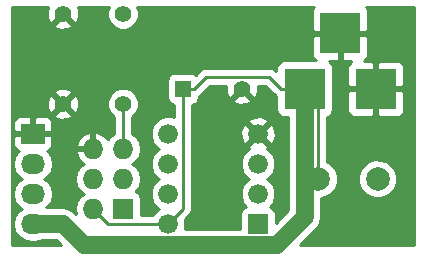
<source format=gtl>
G04 #@! TF.FileFunction,Copper,L1,Top,Signal*
%FSLAX46Y46*%
G04 Gerber Fmt 4.6, Leading zero omitted, Abs format (unit mm)*
G04 Created by KiCad (PCBNEW 4.0.1-stable) date Sun 07 Feb 2016 03:44:16 PM PST*
%MOMM*%
G01*
G04 APERTURE LIST*
%ADD10C,0.100000*%
%ADD11R,1.400000X1.400000*%
%ADD12C,1.400000*%
%ADD13R,1.676400X1.676400*%
%ADD14C,1.676400*%
%ADD15R,2.032000X1.727200*%
%ADD16O,2.032000X1.727200*%
%ADD17R,1.727200X1.727200*%
%ADD18O,1.727200X1.727200*%
%ADD19C,1.998980*%
%ADD20C,1.397000*%
%ADD21R,3.500120X3.500120*%
%ADD22C,0.250000*%
%ADD23C,1.500000*%
%ADD24C,0.254000*%
G04 APERTURE END LIST*
D10*
D11*
X151130000Y-100330000D03*
D12*
X156130000Y-100330000D03*
D13*
X157480000Y-111760000D03*
D14*
X157480000Y-109220000D03*
X157480000Y-106680000D03*
X157480000Y-104140000D03*
X149860000Y-104140000D03*
X149860000Y-106680000D03*
X149860000Y-109220000D03*
X149860000Y-111760000D03*
D15*
X138430000Y-104140000D03*
D16*
X138430000Y-106680000D03*
X138430000Y-109220000D03*
X138430000Y-111760000D03*
D17*
X146050000Y-110490000D03*
D18*
X143510000Y-110490000D03*
X146050000Y-107950000D03*
X143510000Y-107950000D03*
X146050000Y-105410000D03*
X143510000Y-105410000D03*
D19*
X162600640Y-107950000D03*
X167601900Y-107950000D03*
D20*
X146050000Y-101600000D03*
X140970000Y-101600000D03*
X146050000Y-93980000D03*
X140970000Y-93980000D03*
D21*
X161439860Y-100330000D03*
X167439340Y-100330000D03*
X164439600Y-95631000D03*
D22*
X162600640Y-107950000D02*
X162600640Y-101490780D01*
X162600640Y-101490780D02*
X161439860Y-100330000D01*
D23*
X138430000Y-111760000D02*
X140946000Y-111760000D01*
X140946000Y-111760000D02*
X142734201Y-113548201D01*
X142734201Y-113548201D02*
X159078201Y-113548201D01*
X159078201Y-113548201D02*
X161439860Y-111186542D01*
X161439860Y-111186542D02*
X161439860Y-103580060D01*
X161439860Y-103580060D02*
X161439860Y-100330000D01*
D22*
X161439860Y-100330000D02*
X159439800Y-100330000D01*
X159439800Y-100330000D02*
X158414799Y-99304999D01*
X158414799Y-99304999D02*
X153105001Y-99304999D01*
X153105001Y-99304999D02*
X152080000Y-100330000D01*
X152080000Y-100330000D02*
X151130000Y-100330000D01*
X161290000Y-100479860D02*
X161439860Y-100330000D01*
X149860000Y-111760000D02*
X144780000Y-111760000D01*
X144780000Y-111760000D02*
X143510000Y-110490000D01*
X149860000Y-111760000D02*
X151130000Y-110490000D01*
X151130000Y-110490000D02*
X151130000Y-100330000D01*
X146050000Y-101600000D02*
X146050000Y-105410000D01*
D24*
G36*
X139624073Y-93787480D02*
X139652852Y-94317199D01*
X139800200Y-94672929D01*
X140035812Y-94734583D01*
X140790395Y-93980000D01*
X140776253Y-93965858D01*
X140955858Y-93786253D01*
X140970000Y-93800395D01*
X140984143Y-93786253D01*
X141163748Y-93965858D01*
X141149605Y-93980000D01*
X141904188Y-94734583D01*
X142139800Y-94672929D01*
X142315927Y-94172520D01*
X142287148Y-93642801D01*
X142205216Y-93445000D01*
X144828259Y-93445000D01*
X144716732Y-93713587D01*
X144716269Y-94244086D01*
X144918854Y-94734380D01*
X145293647Y-95109827D01*
X145783587Y-95313268D01*
X146314086Y-95313731D01*
X146804380Y-95111146D01*
X147179827Y-94736353D01*
X147383268Y-94246413D01*
X147383731Y-93715914D01*
X147271792Y-93445000D01*
X162227454Y-93445000D01*
X162151213Y-93521241D01*
X162054540Y-93754630D01*
X162054540Y-95345250D01*
X162213290Y-95504000D01*
X164312600Y-95504000D01*
X164312600Y-95484000D01*
X164566600Y-95484000D01*
X164566600Y-95504000D01*
X166665910Y-95504000D01*
X166824660Y-95345250D01*
X166824660Y-93754630D01*
X166727987Y-93521241D01*
X166651746Y-93445000D01*
X170715000Y-93445000D01*
X170715000Y-113565000D01*
X161020088Y-113565000D01*
X162419203Y-112165885D01*
X162537661Y-111988600D01*
X162719433Y-111716559D01*
X162824860Y-111186542D01*
X162824860Y-109584687D01*
X162924334Y-109584774D01*
X163525295Y-109336462D01*
X163985486Y-108877073D01*
X164234846Y-108276547D01*
X164234848Y-108273694D01*
X165967126Y-108273694D01*
X166215438Y-108874655D01*
X166674827Y-109334846D01*
X167275353Y-109584206D01*
X167925594Y-109584774D01*
X168526555Y-109336462D01*
X168986746Y-108877073D01*
X169236106Y-108276547D01*
X169236674Y-107626306D01*
X168988362Y-107025345D01*
X168528973Y-106565154D01*
X167928447Y-106315794D01*
X167278206Y-106315226D01*
X166677245Y-106563538D01*
X166217054Y-107022927D01*
X165967694Y-107623453D01*
X165967126Y-108273694D01*
X164234848Y-108273694D01*
X164235414Y-107626306D01*
X163987102Y-107025345D01*
X163527713Y-106565154D01*
X163360640Y-106495779D01*
X163360640Y-102695377D01*
X163425237Y-102683222D01*
X163641361Y-102544150D01*
X163786351Y-102331950D01*
X163837360Y-102080060D01*
X163837360Y-100615750D01*
X165054280Y-100615750D01*
X165054280Y-102206370D01*
X165150953Y-102439759D01*
X165329582Y-102618387D01*
X165562971Y-102715060D01*
X167153590Y-102715060D01*
X167312340Y-102556310D01*
X167312340Y-100457000D01*
X167566340Y-100457000D01*
X167566340Y-102556310D01*
X167725090Y-102715060D01*
X169315709Y-102715060D01*
X169549098Y-102618387D01*
X169727727Y-102439759D01*
X169824400Y-102206370D01*
X169824400Y-100615750D01*
X169665650Y-100457000D01*
X167566340Y-100457000D01*
X167312340Y-100457000D01*
X165213030Y-100457000D01*
X165054280Y-100615750D01*
X163837360Y-100615750D01*
X163837360Y-98579940D01*
X163793082Y-98344623D01*
X163654010Y-98128499D01*
X163489450Y-98016060D01*
X164153850Y-98016060D01*
X164312600Y-97857310D01*
X164312600Y-95758000D01*
X164566600Y-95758000D01*
X164566600Y-97857310D01*
X164725350Y-98016060D01*
X165391272Y-98016060D01*
X165329582Y-98041613D01*
X165150953Y-98220241D01*
X165054280Y-98453630D01*
X165054280Y-100044250D01*
X165213030Y-100203000D01*
X167312340Y-100203000D01*
X167312340Y-98103690D01*
X167566340Y-98103690D01*
X167566340Y-100203000D01*
X169665650Y-100203000D01*
X169824400Y-100044250D01*
X169824400Y-98453630D01*
X169727727Y-98220241D01*
X169549098Y-98041613D01*
X169315709Y-97944940D01*
X167725090Y-97944940D01*
X167566340Y-98103690D01*
X167312340Y-98103690D01*
X167153590Y-97944940D01*
X166487668Y-97944940D01*
X166549358Y-97919387D01*
X166727987Y-97740759D01*
X166824660Y-97507370D01*
X166824660Y-95916750D01*
X166665910Y-95758000D01*
X164566600Y-95758000D01*
X164312600Y-95758000D01*
X162213290Y-95758000D01*
X162054540Y-95916750D01*
X162054540Y-97507370D01*
X162151213Y-97740759D01*
X162329842Y-97919387D01*
X162361500Y-97932500D01*
X159689800Y-97932500D01*
X159454483Y-97976778D01*
X159238359Y-98115850D01*
X159093369Y-98328050D01*
X159042360Y-98579940D01*
X159042360Y-98857758D01*
X158952200Y-98767598D01*
X158705638Y-98602851D01*
X158414799Y-98544999D01*
X153105001Y-98544999D01*
X152814161Y-98602851D01*
X152567600Y-98767598D01*
X152212433Y-99122765D01*
X152081890Y-99033569D01*
X151830000Y-98982560D01*
X150430000Y-98982560D01*
X150194683Y-99026838D01*
X149978559Y-99165910D01*
X149833569Y-99378110D01*
X149782560Y-99630000D01*
X149782560Y-101030000D01*
X149826838Y-101265317D01*
X149965910Y-101481441D01*
X150178110Y-101626431D01*
X150370000Y-101665290D01*
X150370000Y-102756613D01*
X150154323Y-102667056D01*
X149568248Y-102666545D01*
X149026589Y-102890353D01*
X148611810Y-103304409D01*
X148387056Y-103845677D01*
X148386545Y-104431752D01*
X148610353Y-104973411D01*
X149024409Y-105388190D01*
X149076392Y-105409775D01*
X149026589Y-105430353D01*
X148611810Y-105844409D01*
X148387056Y-106385677D01*
X148386545Y-106971752D01*
X148610353Y-107513411D01*
X149024409Y-107928190D01*
X149076392Y-107949775D01*
X149026589Y-107970353D01*
X148611810Y-108384409D01*
X148387056Y-108925677D01*
X148386545Y-109511752D01*
X148610353Y-110053411D01*
X149024409Y-110468190D01*
X149076392Y-110489775D01*
X149026589Y-110510353D01*
X148611810Y-110924409D01*
X148580422Y-111000000D01*
X147561040Y-111000000D01*
X147561040Y-109626400D01*
X147516762Y-109391083D01*
X147377690Y-109174959D01*
X147165490Y-109029969D01*
X147121869Y-109021136D01*
X147139029Y-109009670D01*
X147463885Y-108523489D01*
X147577959Y-107950000D01*
X147463885Y-107376511D01*
X147139029Y-106890330D01*
X146824248Y-106680000D01*
X147139029Y-106469670D01*
X147463885Y-105983489D01*
X147577959Y-105410000D01*
X147463885Y-104836511D01*
X147139029Y-104350330D01*
X146810000Y-104130480D01*
X146810000Y-102725536D01*
X147179827Y-102356353D01*
X147383268Y-101866413D01*
X147383731Y-101335914D01*
X147181146Y-100845620D01*
X146806353Y-100470173D01*
X146316413Y-100266732D01*
X145785914Y-100266269D01*
X145295620Y-100468854D01*
X144920173Y-100843647D01*
X144716732Y-101333587D01*
X144716269Y-101864086D01*
X144918854Y-102354380D01*
X145290000Y-102726174D01*
X145290000Y-104130480D01*
X144960971Y-104350330D01*
X144780008Y-104621161D01*
X144398490Y-104203179D01*
X143869027Y-103955032D01*
X143637000Y-104075531D01*
X143637000Y-105283000D01*
X143657000Y-105283000D01*
X143657000Y-105537000D01*
X143637000Y-105537000D01*
X143637000Y-105557000D01*
X143383000Y-105557000D01*
X143383000Y-105537000D01*
X142176183Y-105537000D01*
X142055042Y-105769026D01*
X142227312Y-106184947D01*
X142621510Y-106616821D01*
X142744228Y-106674336D01*
X142420971Y-106890330D01*
X142096115Y-107376511D01*
X141982041Y-107950000D01*
X142096115Y-108523489D01*
X142420971Y-109009670D01*
X142735752Y-109220000D01*
X142420971Y-109430330D01*
X142096115Y-109916511D01*
X141982041Y-110490000D01*
X142068290Y-110923604D01*
X141925343Y-110780657D01*
X141794071Y-110692944D01*
X141476017Y-110480427D01*
X140946000Y-110375000D01*
X139531744Y-110375000D01*
X139674415Y-110279670D01*
X139999271Y-109793489D01*
X140113345Y-109220000D01*
X139999271Y-108646511D01*
X139674415Y-108160330D01*
X139359634Y-107950000D01*
X139674415Y-107739670D01*
X139999271Y-107253489D01*
X140113345Y-106680000D01*
X139999271Y-106106511D01*
X139674415Y-105620330D01*
X139652220Y-105605500D01*
X139805698Y-105541927D01*
X139984327Y-105363299D01*
X140081000Y-105129910D01*
X140081000Y-105050974D01*
X142055042Y-105050974D01*
X142176183Y-105283000D01*
X143383000Y-105283000D01*
X143383000Y-104075531D01*
X143150973Y-103955032D01*
X142621510Y-104203179D01*
X142227312Y-104635053D01*
X142055042Y-105050974D01*
X140081000Y-105050974D01*
X140081000Y-104425750D01*
X139922250Y-104267000D01*
X138557000Y-104267000D01*
X138557000Y-104287000D01*
X138303000Y-104287000D01*
X138303000Y-104267000D01*
X136937750Y-104267000D01*
X136779000Y-104425750D01*
X136779000Y-105129910D01*
X136875673Y-105363299D01*
X137054302Y-105541927D01*
X137207780Y-105605500D01*
X137185585Y-105620330D01*
X136860729Y-106106511D01*
X136746655Y-106680000D01*
X136860729Y-107253489D01*
X137185585Y-107739670D01*
X137500366Y-107950000D01*
X137185585Y-108160330D01*
X136860729Y-108646511D01*
X136746655Y-109220000D01*
X136860729Y-109793489D01*
X137185585Y-110279670D01*
X137500366Y-110490000D01*
X137185585Y-110700330D01*
X136860729Y-111186511D01*
X136746655Y-111760000D01*
X136860729Y-112333489D01*
X137185585Y-112819670D01*
X137671766Y-113144526D01*
X138245255Y-113258600D01*
X138614745Y-113258600D01*
X139185851Y-113145000D01*
X140372314Y-113145000D01*
X140792314Y-113565000D01*
X136625000Y-113565000D01*
X136625000Y-103150090D01*
X136779000Y-103150090D01*
X136779000Y-103854250D01*
X136937750Y-104013000D01*
X138303000Y-104013000D01*
X138303000Y-102800150D01*
X138557000Y-102800150D01*
X138557000Y-104013000D01*
X139922250Y-104013000D01*
X140081000Y-103854250D01*
X140081000Y-103150090D01*
X139984327Y-102916701D01*
X139805698Y-102738073D01*
X139572309Y-102641400D01*
X138715750Y-102641400D01*
X138557000Y-102800150D01*
X138303000Y-102800150D01*
X138144250Y-102641400D01*
X137287691Y-102641400D01*
X137054302Y-102738073D01*
X136875673Y-102916701D01*
X136779000Y-103150090D01*
X136625000Y-103150090D01*
X136625000Y-102534188D01*
X140215417Y-102534188D01*
X140277071Y-102769800D01*
X140777480Y-102945927D01*
X141307199Y-102917148D01*
X141662929Y-102769800D01*
X141724583Y-102534188D01*
X140970000Y-101779605D01*
X140215417Y-102534188D01*
X136625000Y-102534188D01*
X136625000Y-101407480D01*
X139624073Y-101407480D01*
X139652852Y-101937199D01*
X139800200Y-102292929D01*
X140035812Y-102354583D01*
X140790395Y-101600000D01*
X141149605Y-101600000D01*
X141904188Y-102354583D01*
X142139800Y-102292929D01*
X142315927Y-101792520D01*
X142287148Y-101262801D01*
X142139800Y-100907071D01*
X141904188Y-100845417D01*
X141149605Y-101600000D01*
X140790395Y-101600000D01*
X140035812Y-100845417D01*
X139800200Y-100907071D01*
X139624073Y-101407480D01*
X136625000Y-101407480D01*
X136625000Y-100665812D01*
X140215417Y-100665812D01*
X140970000Y-101420395D01*
X141724583Y-100665812D01*
X141662929Y-100430200D01*
X141162520Y-100254073D01*
X140632801Y-100282852D01*
X140277071Y-100430200D01*
X140215417Y-100665812D01*
X136625000Y-100665812D01*
X136625000Y-94914188D01*
X140215417Y-94914188D01*
X140277071Y-95149800D01*
X140777480Y-95325927D01*
X141307199Y-95297148D01*
X141662929Y-95149800D01*
X141724583Y-94914188D01*
X140970000Y-94159605D01*
X140215417Y-94914188D01*
X136625000Y-94914188D01*
X136625000Y-93445000D01*
X139744614Y-93445000D01*
X139624073Y-93787480D01*
X139624073Y-93787480D01*
G37*
X139624073Y-93787480D02*
X139652852Y-94317199D01*
X139800200Y-94672929D01*
X140035812Y-94734583D01*
X140790395Y-93980000D01*
X140776253Y-93965858D01*
X140955858Y-93786253D01*
X140970000Y-93800395D01*
X140984143Y-93786253D01*
X141163748Y-93965858D01*
X141149605Y-93980000D01*
X141904188Y-94734583D01*
X142139800Y-94672929D01*
X142315927Y-94172520D01*
X142287148Y-93642801D01*
X142205216Y-93445000D01*
X144828259Y-93445000D01*
X144716732Y-93713587D01*
X144716269Y-94244086D01*
X144918854Y-94734380D01*
X145293647Y-95109827D01*
X145783587Y-95313268D01*
X146314086Y-95313731D01*
X146804380Y-95111146D01*
X147179827Y-94736353D01*
X147383268Y-94246413D01*
X147383731Y-93715914D01*
X147271792Y-93445000D01*
X162227454Y-93445000D01*
X162151213Y-93521241D01*
X162054540Y-93754630D01*
X162054540Y-95345250D01*
X162213290Y-95504000D01*
X164312600Y-95504000D01*
X164312600Y-95484000D01*
X164566600Y-95484000D01*
X164566600Y-95504000D01*
X166665910Y-95504000D01*
X166824660Y-95345250D01*
X166824660Y-93754630D01*
X166727987Y-93521241D01*
X166651746Y-93445000D01*
X170715000Y-93445000D01*
X170715000Y-113565000D01*
X161020088Y-113565000D01*
X162419203Y-112165885D01*
X162537661Y-111988600D01*
X162719433Y-111716559D01*
X162824860Y-111186542D01*
X162824860Y-109584687D01*
X162924334Y-109584774D01*
X163525295Y-109336462D01*
X163985486Y-108877073D01*
X164234846Y-108276547D01*
X164234848Y-108273694D01*
X165967126Y-108273694D01*
X166215438Y-108874655D01*
X166674827Y-109334846D01*
X167275353Y-109584206D01*
X167925594Y-109584774D01*
X168526555Y-109336462D01*
X168986746Y-108877073D01*
X169236106Y-108276547D01*
X169236674Y-107626306D01*
X168988362Y-107025345D01*
X168528973Y-106565154D01*
X167928447Y-106315794D01*
X167278206Y-106315226D01*
X166677245Y-106563538D01*
X166217054Y-107022927D01*
X165967694Y-107623453D01*
X165967126Y-108273694D01*
X164234848Y-108273694D01*
X164235414Y-107626306D01*
X163987102Y-107025345D01*
X163527713Y-106565154D01*
X163360640Y-106495779D01*
X163360640Y-102695377D01*
X163425237Y-102683222D01*
X163641361Y-102544150D01*
X163786351Y-102331950D01*
X163837360Y-102080060D01*
X163837360Y-100615750D01*
X165054280Y-100615750D01*
X165054280Y-102206370D01*
X165150953Y-102439759D01*
X165329582Y-102618387D01*
X165562971Y-102715060D01*
X167153590Y-102715060D01*
X167312340Y-102556310D01*
X167312340Y-100457000D01*
X167566340Y-100457000D01*
X167566340Y-102556310D01*
X167725090Y-102715060D01*
X169315709Y-102715060D01*
X169549098Y-102618387D01*
X169727727Y-102439759D01*
X169824400Y-102206370D01*
X169824400Y-100615750D01*
X169665650Y-100457000D01*
X167566340Y-100457000D01*
X167312340Y-100457000D01*
X165213030Y-100457000D01*
X165054280Y-100615750D01*
X163837360Y-100615750D01*
X163837360Y-98579940D01*
X163793082Y-98344623D01*
X163654010Y-98128499D01*
X163489450Y-98016060D01*
X164153850Y-98016060D01*
X164312600Y-97857310D01*
X164312600Y-95758000D01*
X164566600Y-95758000D01*
X164566600Y-97857310D01*
X164725350Y-98016060D01*
X165391272Y-98016060D01*
X165329582Y-98041613D01*
X165150953Y-98220241D01*
X165054280Y-98453630D01*
X165054280Y-100044250D01*
X165213030Y-100203000D01*
X167312340Y-100203000D01*
X167312340Y-98103690D01*
X167566340Y-98103690D01*
X167566340Y-100203000D01*
X169665650Y-100203000D01*
X169824400Y-100044250D01*
X169824400Y-98453630D01*
X169727727Y-98220241D01*
X169549098Y-98041613D01*
X169315709Y-97944940D01*
X167725090Y-97944940D01*
X167566340Y-98103690D01*
X167312340Y-98103690D01*
X167153590Y-97944940D01*
X166487668Y-97944940D01*
X166549358Y-97919387D01*
X166727987Y-97740759D01*
X166824660Y-97507370D01*
X166824660Y-95916750D01*
X166665910Y-95758000D01*
X164566600Y-95758000D01*
X164312600Y-95758000D01*
X162213290Y-95758000D01*
X162054540Y-95916750D01*
X162054540Y-97507370D01*
X162151213Y-97740759D01*
X162329842Y-97919387D01*
X162361500Y-97932500D01*
X159689800Y-97932500D01*
X159454483Y-97976778D01*
X159238359Y-98115850D01*
X159093369Y-98328050D01*
X159042360Y-98579940D01*
X159042360Y-98857758D01*
X158952200Y-98767598D01*
X158705638Y-98602851D01*
X158414799Y-98544999D01*
X153105001Y-98544999D01*
X152814161Y-98602851D01*
X152567600Y-98767598D01*
X152212433Y-99122765D01*
X152081890Y-99033569D01*
X151830000Y-98982560D01*
X150430000Y-98982560D01*
X150194683Y-99026838D01*
X149978559Y-99165910D01*
X149833569Y-99378110D01*
X149782560Y-99630000D01*
X149782560Y-101030000D01*
X149826838Y-101265317D01*
X149965910Y-101481441D01*
X150178110Y-101626431D01*
X150370000Y-101665290D01*
X150370000Y-102756613D01*
X150154323Y-102667056D01*
X149568248Y-102666545D01*
X149026589Y-102890353D01*
X148611810Y-103304409D01*
X148387056Y-103845677D01*
X148386545Y-104431752D01*
X148610353Y-104973411D01*
X149024409Y-105388190D01*
X149076392Y-105409775D01*
X149026589Y-105430353D01*
X148611810Y-105844409D01*
X148387056Y-106385677D01*
X148386545Y-106971752D01*
X148610353Y-107513411D01*
X149024409Y-107928190D01*
X149076392Y-107949775D01*
X149026589Y-107970353D01*
X148611810Y-108384409D01*
X148387056Y-108925677D01*
X148386545Y-109511752D01*
X148610353Y-110053411D01*
X149024409Y-110468190D01*
X149076392Y-110489775D01*
X149026589Y-110510353D01*
X148611810Y-110924409D01*
X148580422Y-111000000D01*
X147561040Y-111000000D01*
X147561040Y-109626400D01*
X147516762Y-109391083D01*
X147377690Y-109174959D01*
X147165490Y-109029969D01*
X147121869Y-109021136D01*
X147139029Y-109009670D01*
X147463885Y-108523489D01*
X147577959Y-107950000D01*
X147463885Y-107376511D01*
X147139029Y-106890330D01*
X146824248Y-106680000D01*
X147139029Y-106469670D01*
X147463885Y-105983489D01*
X147577959Y-105410000D01*
X147463885Y-104836511D01*
X147139029Y-104350330D01*
X146810000Y-104130480D01*
X146810000Y-102725536D01*
X147179827Y-102356353D01*
X147383268Y-101866413D01*
X147383731Y-101335914D01*
X147181146Y-100845620D01*
X146806353Y-100470173D01*
X146316413Y-100266732D01*
X145785914Y-100266269D01*
X145295620Y-100468854D01*
X144920173Y-100843647D01*
X144716732Y-101333587D01*
X144716269Y-101864086D01*
X144918854Y-102354380D01*
X145290000Y-102726174D01*
X145290000Y-104130480D01*
X144960971Y-104350330D01*
X144780008Y-104621161D01*
X144398490Y-104203179D01*
X143869027Y-103955032D01*
X143637000Y-104075531D01*
X143637000Y-105283000D01*
X143657000Y-105283000D01*
X143657000Y-105537000D01*
X143637000Y-105537000D01*
X143637000Y-105557000D01*
X143383000Y-105557000D01*
X143383000Y-105537000D01*
X142176183Y-105537000D01*
X142055042Y-105769026D01*
X142227312Y-106184947D01*
X142621510Y-106616821D01*
X142744228Y-106674336D01*
X142420971Y-106890330D01*
X142096115Y-107376511D01*
X141982041Y-107950000D01*
X142096115Y-108523489D01*
X142420971Y-109009670D01*
X142735752Y-109220000D01*
X142420971Y-109430330D01*
X142096115Y-109916511D01*
X141982041Y-110490000D01*
X142068290Y-110923604D01*
X141925343Y-110780657D01*
X141794071Y-110692944D01*
X141476017Y-110480427D01*
X140946000Y-110375000D01*
X139531744Y-110375000D01*
X139674415Y-110279670D01*
X139999271Y-109793489D01*
X140113345Y-109220000D01*
X139999271Y-108646511D01*
X139674415Y-108160330D01*
X139359634Y-107950000D01*
X139674415Y-107739670D01*
X139999271Y-107253489D01*
X140113345Y-106680000D01*
X139999271Y-106106511D01*
X139674415Y-105620330D01*
X139652220Y-105605500D01*
X139805698Y-105541927D01*
X139984327Y-105363299D01*
X140081000Y-105129910D01*
X140081000Y-105050974D01*
X142055042Y-105050974D01*
X142176183Y-105283000D01*
X143383000Y-105283000D01*
X143383000Y-104075531D01*
X143150973Y-103955032D01*
X142621510Y-104203179D01*
X142227312Y-104635053D01*
X142055042Y-105050974D01*
X140081000Y-105050974D01*
X140081000Y-104425750D01*
X139922250Y-104267000D01*
X138557000Y-104267000D01*
X138557000Y-104287000D01*
X138303000Y-104287000D01*
X138303000Y-104267000D01*
X136937750Y-104267000D01*
X136779000Y-104425750D01*
X136779000Y-105129910D01*
X136875673Y-105363299D01*
X137054302Y-105541927D01*
X137207780Y-105605500D01*
X137185585Y-105620330D01*
X136860729Y-106106511D01*
X136746655Y-106680000D01*
X136860729Y-107253489D01*
X137185585Y-107739670D01*
X137500366Y-107950000D01*
X137185585Y-108160330D01*
X136860729Y-108646511D01*
X136746655Y-109220000D01*
X136860729Y-109793489D01*
X137185585Y-110279670D01*
X137500366Y-110490000D01*
X137185585Y-110700330D01*
X136860729Y-111186511D01*
X136746655Y-111760000D01*
X136860729Y-112333489D01*
X137185585Y-112819670D01*
X137671766Y-113144526D01*
X138245255Y-113258600D01*
X138614745Y-113258600D01*
X139185851Y-113145000D01*
X140372314Y-113145000D01*
X140792314Y-113565000D01*
X136625000Y-113565000D01*
X136625000Y-103150090D01*
X136779000Y-103150090D01*
X136779000Y-103854250D01*
X136937750Y-104013000D01*
X138303000Y-104013000D01*
X138303000Y-102800150D01*
X138557000Y-102800150D01*
X138557000Y-104013000D01*
X139922250Y-104013000D01*
X140081000Y-103854250D01*
X140081000Y-103150090D01*
X139984327Y-102916701D01*
X139805698Y-102738073D01*
X139572309Y-102641400D01*
X138715750Y-102641400D01*
X138557000Y-102800150D01*
X138303000Y-102800150D01*
X138144250Y-102641400D01*
X137287691Y-102641400D01*
X137054302Y-102738073D01*
X136875673Y-102916701D01*
X136779000Y-103150090D01*
X136625000Y-103150090D01*
X136625000Y-102534188D01*
X140215417Y-102534188D01*
X140277071Y-102769800D01*
X140777480Y-102945927D01*
X141307199Y-102917148D01*
X141662929Y-102769800D01*
X141724583Y-102534188D01*
X140970000Y-101779605D01*
X140215417Y-102534188D01*
X136625000Y-102534188D01*
X136625000Y-101407480D01*
X139624073Y-101407480D01*
X139652852Y-101937199D01*
X139800200Y-102292929D01*
X140035812Y-102354583D01*
X140790395Y-101600000D01*
X141149605Y-101600000D01*
X141904188Y-102354583D01*
X142139800Y-102292929D01*
X142315927Y-101792520D01*
X142287148Y-101262801D01*
X142139800Y-100907071D01*
X141904188Y-100845417D01*
X141149605Y-101600000D01*
X140790395Y-101600000D01*
X140035812Y-100845417D01*
X139800200Y-100907071D01*
X139624073Y-101407480D01*
X136625000Y-101407480D01*
X136625000Y-100665812D01*
X140215417Y-100665812D01*
X140970000Y-101420395D01*
X141724583Y-100665812D01*
X141662929Y-100430200D01*
X141162520Y-100254073D01*
X140632801Y-100282852D01*
X140277071Y-100430200D01*
X140215417Y-100665812D01*
X136625000Y-100665812D01*
X136625000Y-94914188D01*
X140215417Y-94914188D01*
X140277071Y-95149800D01*
X140777480Y-95325927D01*
X141307199Y-95297148D01*
X141662929Y-95149800D01*
X141724583Y-94914188D01*
X140970000Y-94159605D01*
X140215417Y-94914188D01*
X136625000Y-94914188D01*
X136625000Y-93445000D01*
X139744614Y-93445000D01*
X139624073Y-93787480D01*
G36*
X154782581Y-100137122D02*
X154811336Y-100667440D01*
X154958958Y-101023831D01*
X155194725Y-101085669D01*
X155950395Y-100330000D01*
X155936253Y-100315858D01*
X156115858Y-100136253D01*
X156130000Y-100150395D01*
X156144143Y-100136253D01*
X156323748Y-100315858D01*
X156309605Y-100330000D01*
X157065275Y-101085669D01*
X157301042Y-101023831D01*
X157477419Y-100522878D01*
X157452592Y-100064999D01*
X158099997Y-100064999D01*
X158902399Y-100867401D01*
X159042360Y-100960920D01*
X159042360Y-102080060D01*
X159086638Y-102315377D01*
X159225710Y-102531501D01*
X159437910Y-102676491D01*
X159689800Y-102727500D01*
X160054860Y-102727500D01*
X160054860Y-110612856D01*
X158965640Y-111702076D01*
X158965640Y-110921800D01*
X158921362Y-110686483D01*
X158782290Y-110470359D01*
X158570090Y-110325369D01*
X158476855Y-110306488D01*
X158728190Y-110055591D01*
X158952944Y-109514323D01*
X158953455Y-108928248D01*
X158729647Y-108386589D01*
X158315591Y-107971810D01*
X158263608Y-107950225D01*
X158313411Y-107929647D01*
X158728190Y-107515591D01*
X158952944Y-106974323D01*
X158953455Y-106388248D01*
X158729647Y-105846589D01*
X158315591Y-105431810D01*
X158262005Y-105409559D01*
X158335808Y-105175413D01*
X157480000Y-104319605D01*
X156624192Y-105175413D01*
X156697871Y-105409164D01*
X156646589Y-105430353D01*
X156231810Y-105844409D01*
X156007056Y-106385677D01*
X156006545Y-106971752D01*
X156230353Y-107513411D01*
X156644409Y-107928190D01*
X156696392Y-107949775D01*
X156646589Y-107970353D01*
X156231810Y-108384409D01*
X156007056Y-108925677D01*
X156006545Y-109511752D01*
X156230353Y-110053411D01*
X156481102Y-110304598D01*
X156406483Y-110318638D01*
X156190359Y-110457710D01*
X156045369Y-110669910D01*
X155994360Y-110921800D01*
X155994360Y-112163201D01*
X151287734Y-112163201D01*
X151332944Y-112054323D01*
X151333455Y-111468248D01*
X151302199Y-111392603D01*
X151667401Y-111027401D01*
X151832148Y-110780840D01*
X151890000Y-110490000D01*
X151890000Y-103914097D01*
X155995023Y-103914097D01*
X156021611Y-104499569D01*
X156194510Y-104916983D01*
X156444587Y-104995808D01*
X157300395Y-104140000D01*
X157659605Y-104140000D01*
X158515413Y-104995808D01*
X158765490Y-104916983D01*
X158964977Y-104365903D01*
X158938389Y-103780431D01*
X158765490Y-103363017D01*
X158515413Y-103284192D01*
X157659605Y-104140000D01*
X157300395Y-104140000D01*
X156444587Y-103284192D01*
X156194510Y-103363017D01*
X155995023Y-103914097D01*
X151890000Y-103914097D01*
X151890000Y-103104587D01*
X156624192Y-103104587D01*
X157480000Y-103960395D01*
X158335808Y-103104587D01*
X158256983Y-102854510D01*
X157705903Y-102655023D01*
X157120431Y-102681611D01*
X156703017Y-102854510D01*
X156624192Y-103104587D01*
X151890000Y-103104587D01*
X151890000Y-101666150D01*
X152065317Y-101633162D01*
X152281441Y-101494090D01*
X152426431Y-101281890D01*
X152429795Y-101265275D01*
X155374331Y-101265275D01*
X155436169Y-101501042D01*
X155937122Y-101677419D01*
X156467440Y-101648664D01*
X156823831Y-101501042D01*
X156885669Y-101265275D01*
X156130000Y-100509605D01*
X155374331Y-101265275D01*
X152429795Y-101265275D01*
X152477440Y-101030000D01*
X152477440Y-100960920D01*
X152617401Y-100867401D01*
X153419803Y-100064999D01*
X154807974Y-100064999D01*
X154782581Y-100137122D01*
X154782581Y-100137122D01*
G37*
X154782581Y-100137122D02*
X154811336Y-100667440D01*
X154958958Y-101023831D01*
X155194725Y-101085669D01*
X155950395Y-100330000D01*
X155936253Y-100315858D01*
X156115858Y-100136253D01*
X156130000Y-100150395D01*
X156144143Y-100136253D01*
X156323748Y-100315858D01*
X156309605Y-100330000D01*
X157065275Y-101085669D01*
X157301042Y-101023831D01*
X157477419Y-100522878D01*
X157452592Y-100064999D01*
X158099997Y-100064999D01*
X158902399Y-100867401D01*
X159042360Y-100960920D01*
X159042360Y-102080060D01*
X159086638Y-102315377D01*
X159225710Y-102531501D01*
X159437910Y-102676491D01*
X159689800Y-102727500D01*
X160054860Y-102727500D01*
X160054860Y-110612856D01*
X158965640Y-111702076D01*
X158965640Y-110921800D01*
X158921362Y-110686483D01*
X158782290Y-110470359D01*
X158570090Y-110325369D01*
X158476855Y-110306488D01*
X158728190Y-110055591D01*
X158952944Y-109514323D01*
X158953455Y-108928248D01*
X158729647Y-108386589D01*
X158315591Y-107971810D01*
X158263608Y-107950225D01*
X158313411Y-107929647D01*
X158728190Y-107515591D01*
X158952944Y-106974323D01*
X158953455Y-106388248D01*
X158729647Y-105846589D01*
X158315591Y-105431810D01*
X158262005Y-105409559D01*
X158335808Y-105175413D01*
X157480000Y-104319605D01*
X156624192Y-105175413D01*
X156697871Y-105409164D01*
X156646589Y-105430353D01*
X156231810Y-105844409D01*
X156007056Y-106385677D01*
X156006545Y-106971752D01*
X156230353Y-107513411D01*
X156644409Y-107928190D01*
X156696392Y-107949775D01*
X156646589Y-107970353D01*
X156231810Y-108384409D01*
X156007056Y-108925677D01*
X156006545Y-109511752D01*
X156230353Y-110053411D01*
X156481102Y-110304598D01*
X156406483Y-110318638D01*
X156190359Y-110457710D01*
X156045369Y-110669910D01*
X155994360Y-110921800D01*
X155994360Y-112163201D01*
X151287734Y-112163201D01*
X151332944Y-112054323D01*
X151333455Y-111468248D01*
X151302199Y-111392603D01*
X151667401Y-111027401D01*
X151832148Y-110780840D01*
X151890000Y-110490000D01*
X151890000Y-103914097D01*
X155995023Y-103914097D01*
X156021611Y-104499569D01*
X156194510Y-104916983D01*
X156444587Y-104995808D01*
X157300395Y-104140000D01*
X157659605Y-104140000D01*
X158515413Y-104995808D01*
X158765490Y-104916983D01*
X158964977Y-104365903D01*
X158938389Y-103780431D01*
X158765490Y-103363017D01*
X158515413Y-103284192D01*
X157659605Y-104140000D01*
X157300395Y-104140000D01*
X156444587Y-103284192D01*
X156194510Y-103363017D01*
X155995023Y-103914097D01*
X151890000Y-103914097D01*
X151890000Y-103104587D01*
X156624192Y-103104587D01*
X157480000Y-103960395D01*
X158335808Y-103104587D01*
X158256983Y-102854510D01*
X157705903Y-102655023D01*
X157120431Y-102681611D01*
X156703017Y-102854510D01*
X156624192Y-103104587D01*
X151890000Y-103104587D01*
X151890000Y-101666150D01*
X152065317Y-101633162D01*
X152281441Y-101494090D01*
X152426431Y-101281890D01*
X152429795Y-101265275D01*
X155374331Y-101265275D01*
X155436169Y-101501042D01*
X155937122Y-101677419D01*
X156467440Y-101648664D01*
X156823831Y-101501042D01*
X156885669Y-101265275D01*
X156130000Y-100509605D01*
X155374331Y-101265275D01*
X152429795Y-101265275D01*
X152477440Y-101030000D01*
X152477440Y-100960920D01*
X152617401Y-100867401D01*
X153419803Y-100064999D01*
X154807974Y-100064999D01*
X154782581Y-100137122D01*
M02*

</source>
